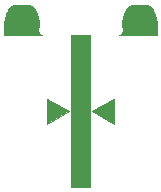
<source format=gbr>
G04 #@! TF.GenerationSoftware,KiCad,Pcbnew,5.0.2+dfsg1-1*
G04 #@! TF.CreationDate,2021-12-14T01:35:29+01:00*
G04 #@! TF.ProjectId,test_a,74657374-5f61-42e6-9b69-6361645f7063,rev?*
G04 #@! TF.SameCoordinates,Original*
G04 #@! TF.FileFunction,Soldermask,Top*
G04 #@! TF.FilePolarity,Negative*
%FSLAX46Y46*%
G04 Gerber Fmt 4.6, Leading zero omitted, Abs format (unit mm)*
G04 Created by KiCad (PCBNEW 5.0.2+dfsg1-1) date Tue 14 Dec 2021 01:35:29 AM CET*
%MOMM*%
%LPD*%
G01*
G04 APERTURE LIST*
%ADD10C,0.000001*%
G04 APERTURE END LIST*
D10*
G04 #@! TO.C,*
G36*
X4497917Y9026322D02*
X4449305Y9024023D01*
X4401075Y9017194D01*
X4353302Y9005939D01*
X4306060Y8990362D01*
X4259423Y8970567D01*
X4213465Y8946660D01*
X4168261Y8918743D01*
X4123884Y8886922D01*
X4080409Y8851300D01*
X4037910Y8811982D01*
X3996461Y8769072D01*
X3956137Y8722674D01*
X3917011Y8672893D01*
X3879158Y8619832D01*
X3842652Y8563597D01*
X3807568Y8504290D01*
X3773979Y8442017D01*
X3741959Y8376882D01*
X3711583Y8308988D01*
X3682925Y8238441D01*
X3656060Y8165344D01*
X3631061Y8089802D01*
X3608002Y8011918D01*
X3586958Y7931798D01*
X3568004Y7849545D01*
X3551212Y7765263D01*
X3536658Y7679058D01*
X3524415Y7591032D01*
X3514558Y7501291D01*
X3507162Y7409938D01*
X3502299Y7317078D01*
X3500045Y7222815D01*
X3522406Y7189830D01*
X3541983Y7155341D01*
X3558718Y7119525D01*
X3572553Y7082558D01*
X3583428Y7044617D01*
X3591285Y7005878D01*
X3596066Y6966516D01*
X3597713Y6926709D01*
X3595834Y6882839D01*
X3590216Y6839856D01*
X3581001Y6797946D01*
X3568326Y6757298D01*
X3552333Y6718099D01*
X3533160Y6680538D01*
X3510949Y6644801D01*
X3485838Y6611078D01*
X3457968Y6579555D01*
X3427478Y6550421D01*
X3394508Y6523863D01*
X3359199Y6500070D01*
X3321689Y6479228D01*
X3282119Y6461526D01*
X3240629Y6447152D01*
X6488493Y6447152D01*
X6488493Y7212997D01*
X6482959Y7307808D01*
X6475286Y7401205D01*
X6465522Y7493081D01*
X6453719Y7583334D01*
X6439925Y7671857D01*
X6424192Y7758547D01*
X6406568Y7843298D01*
X6387105Y7926007D01*
X6365851Y8006569D01*
X6342857Y8084879D01*
X6318173Y8160833D01*
X6291849Y8234325D01*
X6263934Y8305252D01*
X6234479Y8373509D01*
X6203534Y8438992D01*
X6171148Y8501594D01*
X6137372Y8561213D01*
X6102255Y8617744D01*
X6065848Y8671082D01*
X6028201Y8721122D01*
X5989363Y8767759D01*
X5949384Y8810890D01*
X5908315Y8850410D01*
X5866205Y8886214D01*
X5823104Y8918197D01*
X5779062Y8946255D01*
X5734130Y8970284D01*
X5688357Y8990178D01*
X5641793Y9005834D01*
X5594488Y9017146D01*
X5546493Y9024011D01*
X5497856Y9026322D01*
X4497917Y9026322D01*
X4497917Y9026322D01*
G37*
X4497917Y9026322D02*
X4449305Y9024023D01*
X4401075Y9017194D01*
X4353302Y9005939D01*
X4306060Y8990362D01*
X4259423Y8970567D01*
X4213465Y8946660D01*
X4168261Y8918743D01*
X4123884Y8886922D01*
X4080409Y8851300D01*
X4037910Y8811982D01*
X3996461Y8769072D01*
X3956137Y8722674D01*
X3917011Y8672893D01*
X3879158Y8619832D01*
X3842652Y8563597D01*
X3807568Y8504290D01*
X3773979Y8442017D01*
X3741959Y8376882D01*
X3711583Y8308988D01*
X3682925Y8238441D01*
X3656060Y8165344D01*
X3631061Y8089802D01*
X3608002Y8011918D01*
X3586958Y7931798D01*
X3568004Y7849545D01*
X3551212Y7765263D01*
X3536658Y7679058D01*
X3524415Y7591032D01*
X3514558Y7501291D01*
X3507162Y7409938D01*
X3502299Y7317078D01*
X3500045Y7222815D01*
X3522406Y7189830D01*
X3541983Y7155341D01*
X3558718Y7119525D01*
X3572553Y7082558D01*
X3583428Y7044617D01*
X3591285Y7005878D01*
X3596066Y6966516D01*
X3597713Y6926709D01*
X3595834Y6882839D01*
X3590216Y6839856D01*
X3581001Y6797946D01*
X3568326Y6757298D01*
X3552333Y6718099D01*
X3533160Y6680538D01*
X3510949Y6644801D01*
X3485838Y6611078D01*
X3457968Y6579555D01*
X3427478Y6550421D01*
X3394508Y6523863D01*
X3359199Y6500070D01*
X3321689Y6479228D01*
X3282119Y6461526D01*
X3240629Y6447152D01*
X6488493Y6447152D01*
X6488493Y7212997D01*
X6482959Y7307808D01*
X6475286Y7401205D01*
X6465522Y7493081D01*
X6453719Y7583334D01*
X6439925Y7671857D01*
X6424192Y7758547D01*
X6406568Y7843298D01*
X6387105Y7926007D01*
X6365851Y8006569D01*
X6342857Y8084879D01*
X6318173Y8160833D01*
X6291849Y8234325D01*
X6263934Y8305252D01*
X6234479Y8373509D01*
X6203534Y8438992D01*
X6171148Y8501594D01*
X6137372Y8561213D01*
X6102255Y8617744D01*
X6065848Y8671082D01*
X6028201Y8721122D01*
X5989363Y8767759D01*
X5949384Y8810890D01*
X5908315Y8850410D01*
X5866205Y8886214D01*
X5823104Y8918197D01*
X5779062Y8946255D01*
X5734130Y8970284D01*
X5688357Y8990178D01*
X5641793Y9005834D01*
X5594488Y9017146D01*
X5546493Y9024011D01*
X5497856Y9026322D01*
X4497917Y9026322D01*
G36*
X-5497856Y9026322D02*
X-5546492Y9024011D01*
X-5594488Y9017147D01*
X-5641793Y9005834D01*
X-5688357Y8990179D01*
X-5734130Y8970284D01*
X-5779062Y8946256D01*
X-5823104Y8918198D01*
X-5866204Y8886214D01*
X-5908314Y8850411D01*
X-5949384Y8810891D01*
X-5989362Y8767760D01*
X-6028200Y8721122D01*
X-6065848Y8671082D01*
X-6102255Y8617744D01*
X-6137372Y8561214D01*
X-6171148Y8501595D01*
X-6203533Y8438992D01*
X-6234479Y8373510D01*
X-6263934Y8305253D01*
X-6291848Y8234326D01*
X-6318173Y8160833D01*
X-6342857Y8084879D01*
X-6365851Y8006569D01*
X-6387104Y7926008D01*
X-6406568Y7843299D01*
X-6424192Y7758547D01*
X-6439925Y7671857D01*
X-6453719Y7583334D01*
X-6465522Y7493081D01*
X-6475286Y7401205D01*
X-6482959Y7307808D01*
X-6488493Y7212997D01*
X-6488493Y6447152D01*
X-3240629Y6447152D01*
X-3282120Y6461526D01*
X-3321690Y6479228D01*
X-3359200Y6500070D01*
X-3394509Y6523864D01*
X-3427479Y6550421D01*
X-3457969Y6579555D01*
X-3485839Y6611078D01*
X-3510950Y6644801D01*
X-3533161Y6680538D01*
X-3552334Y6718099D01*
X-3568327Y6757298D01*
X-3581001Y6797946D01*
X-3590217Y6839856D01*
X-3595834Y6882839D01*
X-3597713Y6926709D01*
X-3596065Y6966516D01*
X-3591283Y7005877D01*
X-3583426Y7044617D01*
X-3572550Y7082558D01*
X-3558716Y7119524D01*
X-3541982Y7155340D01*
X-3522405Y7189829D01*
X-3500045Y7222815D01*
X-3502299Y7317078D01*
X-3507162Y7409938D01*
X-3514559Y7501291D01*
X-3524416Y7591032D01*
X-3536658Y7679058D01*
X-3551212Y7765263D01*
X-3568004Y7849545D01*
X-3586959Y7931798D01*
X-3608002Y8011918D01*
X-3631061Y8089802D01*
X-3656060Y8165344D01*
X-3682926Y8238441D01*
X-3711584Y8308989D01*
X-3741959Y8376882D01*
X-3773979Y8442018D01*
X-3807568Y8504291D01*
X-3842653Y8563597D01*
X-3879159Y8619833D01*
X-3917011Y8672894D01*
X-3956137Y8722675D01*
X-3996461Y8769073D01*
X-4037910Y8811983D01*
X-4080409Y8851301D01*
X-4123884Y8886922D01*
X-4168261Y8918744D01*
X-4213465Y8946660D01*
X-4259423Y8970568D01*
X-4306060Y8990362D01*
X-4353302Y9005939D01*
X-4401075Y9017194D01*
X-4449305Y9024023D01*
X-4497917Y9026322D01*
X-5497856Y9026322D01*
X-5497856Y9026322D01*
G37*
X-5497856Y9026322D02*
X-5546492Y9024011D01*
X-5594488Y9017147D01*
X-5641793Y9005834D01*
X-5688357Y8990179D01*
X-5734130Y8970284D01*
X-5779062Y8946256D01*
X-5823104Y8918198D01*
X-5866204Y8886214D01*
X-5908314Y8850411D01*
X-5949384Y8810891D01*
X-5989362Y8767760D01*
X-6028200Y8721122D01*
X-6065848Y8671082D01*
X-6102255Y8617744D01*
X-6137372Y8561214D01*
X-6171148Y8501595D01*
X-6203533Y8438992D01*
X-6234479Y8373510D01*
X-6263934Y8305253D01*
X-6291848Y8234326D01*
X-6318173Y8160833D01*
X-6342857Y8084879D01*
X-6365851Y8006569D01*
X-6387104Y7926008D01*
X-6406568Y7843299D01*
X-6424192Y7758547D01*
X-6439925Y7671857D01*
X-6453719Y7583334D01*
X-6465522Y7493081D01*
X-6475286Y7401205D01*
X-6482959Y7307808D01*
X-6488493Y7212997D01*
X-6488493Y6447152D01*
X-3240629Y6447152D01*
X-3282120Y6461526D01*
X-3321690Y6479228D01*
X-3359200Y6500070D01*
X-3394509Y6523864D01*
X-3427479Y6550421D01*
X-3457969Y6579555D01*
X-3485839Y6611078D01*
X-3510950Y6644801D01*
X-3533161Y6680538D01*
X-3552334Y6718099D01*
X-3568327Y6757298D01*
X-3581001Y6797946D01*
X-3590217Y6839856D01*
X-3595834Y6882839D01*
X-3597713Y6926709D01*
X-3596065Y6966516D01*
X-3591283Y7005877D01*
X-3583426Y7044617D01*
X-3572550Y7082558D01*
X-3558716Y7119524D01*
X-3541982Y7155340D01*
X-3522405Y7189829D01*
X-3500045Y7222815D01*
X-3502299Y7317078D01*
X-3507162Y7409938D01*
X-3514559Y7501291D01*
X-3524416Y7591032D01*
X-3536658Y7679058D01*
X-3551212Y7765263D01*
X-3568004Y7849545D01*
X-3586959Y7931798D01*
X-3608002Y8011918D01*
X-3631061Y8089802D01*
X-3656060Y8165344D01*
X-3682926Y8238441D01*
X-3711584Y8308989D01*
X-3741959Y8376882D01*
X-3773979Y8442018D01*
X-3807568Y8504291D01*
X-3842653Y8563597D01*
X-3879159Y8619833D01*
X-3917011Y8672894D01*
X-3956137Y8722675D01*
X-3996461Y8769073D01*
X-4037910Y8811983D01*
X-4080409Y8851301D01*
X-4123884Y8886922D01*
X-4168261Y8918744D01*
X-4213465Y8946660D01*
X-4259423Y8970568D01*
X-4306060Y8990362D01*
X-4353302Y9005939D01*
X-4401075Y9017194D01*
X-4449305Y9024023D01*
X-4497917Y9026322D01*
X-5497856Y9026322D01*
G36*
X2845046Y1059364D02*
X1009499Y3D01*
X2845046Y-1059889D01*
X2845046Y1059364D01*
X2845046Y1059364D01*
G37*
X2845046Y1059364D02*
X1009499Y3D01*
X2845046Y-1059889D01*
X2845046Y1059364D01*
G36*
X-2845046Y1059364D02*
X-2845046Y-1059888D01*
X-1009499Y4D01*
X-2845046Y1059364D01*
X-2845046Y1059364D01*
G37*
X-2845046Y1059364D02*
X-2845046Y-1059888D01*
X-1009499Y4D01*
X-2845046Y1059364D01*
G36*
X-809770Y6447188D02*
X-809770Y-6447188D01*
X809770Y-6447188D01*
X809770Y6447188D01*
X-809770Y6447188D01*
X-809770Y6447188D01*
G37*
X-809770Y6447188D02*
X-809770Y-6447188D01*
X809770Y-6447188D01*
X809770Y6447188D01*
X-809770Y6447188D01*
M02*

</source>
